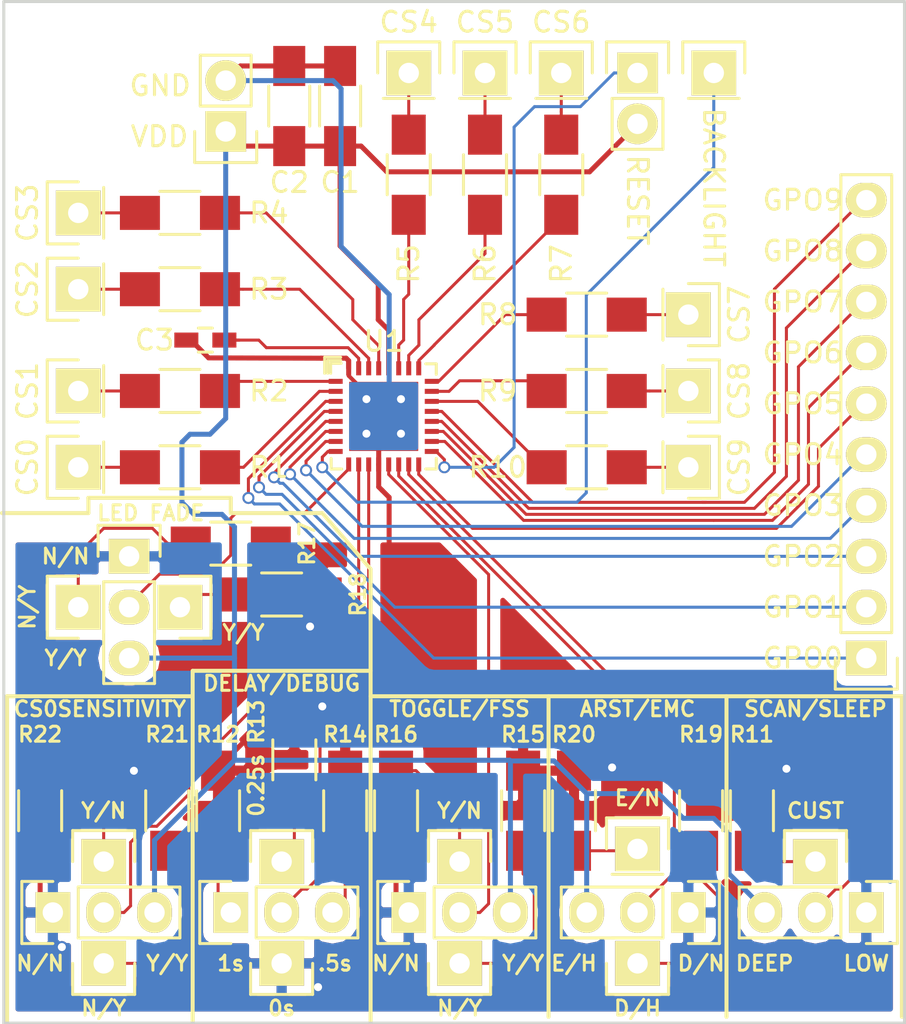
<source format=kicad_pcb>
(kicad_pcb (version 4) (host pcbnew 4.0.4+e1-6308~48~ubuntu16.04.1-stable)
  (layers (0 F.Cu signal) (31 B.Cu signal) (34 B.Paste user) (35 F.Paste user) (36 B.SilkS user) (37 F.SilkS user) (38 B.Mask user) (39 F.Mask user) (44 Edge.Cuts user))
  (net 0 "")
  (net 1 VDD)
  (net 2 VSS)
  (net 3 "Net-(C3-Pad1)")
  (net 4 /XRES)
  (net 5 "Net-(P3-Pad1)")
  (net 6 "Net-(P4-Pad1)")
  (net 7 "Net-(P4-Pad2)")
  (net 8 "Net-(P4-Pad3)")
  (net 9 "Net-(P4-Pad4)")
  (net 10 "Net-(P4-Pad5)")
  (net 11 "Net-(P4-Pad6)")
  (net 12 "Net-(P4-Pad7)")
  (net 13 "Net-(P4-Pad8)")
  (net 14 "Net-(P4-Pad9)")
  (net 15 "Net-(P4-Pad10)")
  (net 16 /BACKLIGHT)
  (net 17 "Net-(P6-Pad1)")
  (net 18 /SCAN/SLEEP)
  (net 19 "Net-(P9-Pad1)")
  (net 20 /DELAY/DEBUG)
  (net 21 "Net-(P9-Pad3)")
  (net 22 "Net-(P10-Pad1)")
  (net 23 "Net-(P11-Pad1)")
  (net 24 "Net-(P12-Pad1)")
  (net 25 /TOGGLE/FSS)
  (net 26 /LEDFADE)
  (net 27 "Net-(P15-Pad1)")
  (net 28 "Net-(P16-Pad1)")
  (net 29 "Net-(P17-Pad1)")
  (net 30 "Net-(P18-Pad1)")
  (net 31 /ARST/EMC)
  (net 32 /CS0SENSITIVITY)
  (net 33 "Net-(P21-Pad1)")
  (net 34 "Net-(P22-Pad1)")
  (net 35 "Net-(R1-Pad2)")
  (net 36 "Net-(R2-Pad2)")
  (net 37 "Net-(R3-Pad2)")
  (net 38 "Net-(R4-Pad2)")
  (net 39 "Net-(R5-Pad2)")
  (net 40 "Net-(R6-Pad2)")
  (net 41 "Net-(R7-Pad2)")
  (net 42 "Net-(R8-Pad2)")
  (net 43 "Net-(R9-Pad2)")
  (net 44 "Net-(R10-Pad2)")
  (net 45 "Net-(P23-Pad1)")
  (net 46 "Net-(P24-Pad1)")
  (net 47 "Net-(P25-Pad1)")
  (net 48 "Net-(P26-Pad1)")
  (net 49 "Net-(P27-Pad1)")
  (net 50 "Net-(P28-Pad1)")
  (net 51 "Net-(P29-Pad1)")
  (net 52 "Net-(P30-Pad1)")
  (net 53 "Net-(P31-Pad1)")
  (module Resistors_SMD:R_1206_HandSoldering (layer F.Cu) (at 142.875 112.395 90)
    (fp_text reference R11 (at 3.81 0 180) (layer F.SilkS) (effects (font (size 0.75 0.75))))
    (fp_text value 60)
    (pad 1 smd rect (at -2 0 90) (size 2 1.7) (layers F.Cu F.Paste F.Mask) (net 17 "Net-(P6-Pad1)"))
    (pad 2 smd rect (at 2 0 90) (size 2 1.7) (layers F.Cu F.Paste F.Mask) (net 2 VSS))
  )
  (module Capacitors_SMD:C_1206_HandSoldering (layer F.Cu) (at 119.761 77.216 90)
    (fp_text reference C2 (at -3.81 0 180) (layer F.SilkS))
    (fp_text value 1uF)
    (pad 1 smd rect (at -2 0 90) (size 2 1.6) (layers F.Cu F.Paste F.Mask) (net 1 VDD))
    (pad 2 smd rect (at 2 0 90) (size 2 1.6) (layers F.Cu F.Paste F.Mask) (net 2 VSS))
  )
  (module Capacitors_SMD:C_0603_HandSoldering (layer F.Cu) (at 115.57 88.9 180)
    (fp_text reference C3 (at 2.54 0 360) (layer F.SilkS))
    (fp_text value 2.2nF)
    (pad 1 smd rect (at -0.95 0 180) (size 1.2 0.75) (layers F.Cu F.Paste F.Mask) (net 3 "Net-(C3-Pad1)"))
    (pad 2 smd rect (at 0.95 0 180) (size 1.2 0.75) (layers F.Cu F.Paste F.Mask) (net 2 VSS))
  )
  (module Pin_Headers:Pin_Header_Straight_1x02 (layer F.Cu) (at 116.586 78.486 180)
    (fp_text reference P1 hide)
    (fp_text value CONN_01X02)
    (pad 1 thru_hole rect (at 0 0 180) (size 2.032 2.032) (drill 1.016) (layers *.Cu *.Mask F.SilkS) (net 1 VDD))
    (pad 2 thru_hole oval (at 0 2.54 180) (size 2.032 2.032) (drill 1.016) (layers *.Cu *.Mask F.SilkS) (net 2 VSS))
  )
  (module Pin_Headers:Pin_Header_Straight_1x02 (layer F.Cu) (at 137.16 75.565)
    (fp_text reference P2 hide)
    (fp_text value CONN_01X02)
    (pad 1 thru_hole rect (at 0 0) (size 2.032 2.032) (drill 1.016) (layers *.Cu *.Mask F.SilkS) (net 4 /XRES))
    (pad 2 thru_hole oval (at 0 2.54) (size 2.032 2.032) (drill 1.016) (layers *.Cu *.Mask F.SilkS) (net 1 VDD))
  )
  (module Pin_Headers:Pin_Header_Straight_1x10 (layer F.Cu) (at 148.59 104.775 180)
    (fp_text reference P4 hide)
    (fp_text value CONN_01X10)
    (pad 1 thru_hole rect (at 0 0 180) (size 2.032 1.7272) (drill 1.016) (layers *.Cu *.Mask F.SilkS) (net 6 "Net-(P4-Pad1)"))
    (pad 2 thru_hole oval (at 0 2.54 180) (size 2.032 1.7272) (drill 1.016) (layers *.Cu *.Mask F.SilkS) (net 7 "Net-(P4-Pad2)"))
    (pad 3 thru_hole oval (at 0 5.08 180) (size 2.032 1.7272) (drill 1.016) (layers *.Cu *.Mask F.SilkS) (net 8 "Net-(P4-Pad3)"))
    (pad 4 thru_hole oval (at 0 7.62 180) (size 2.032 1.7272) (drill 1.016) (layers *.Cu *.Mask F.SilkS) (net 9 "Net-(P4-Pad4)"))
    (pad 5 thru_hole oval (at 0 10.16 180) (size 2.032 1.7272) (drill 1.016) (layers *.Cu *.Mask F.SilkS) (net 10 "Net-(P4-Pad5)"))
    (pad 6 thru_hole oval (at 0 12.7 180) (size 2.032 1.7272) (drill 1.016) (layers *.Cu *.Mask F.SilkS) (net 11 "Net-(P4-Pad6)"))
    (pad 7 thru_hole oval (at 0 15.24 180) (size 2.032 1.7272) (drill 1.016) (layers *.Cu *.Mask F.SilkS) (net 12 "Net-(P4-Pad7)"))
    (pad 8 thru_hole oval (at 0 17.78 180) (size 2.032 1.7272) (drill 1.016) (layers *.Cu *.Mask F.SilkS) (net 13 "Net-(P4-Pad8)"))
    (pad 9 thru_hole oval (at 0 20.32 180) (size 2.032 1.7272) (drill 1.016) (layers *.Cu *.Mask F.SilkS) (net 14 "Net-(P4-Pad9)"))
    (pad 10 thru_hole oval (at 0 22.86 180) (size 2.032 1.7272) (drill 1.016) (layers *.Cu *.Mask F.SilkS) (net 15 "Net-(P4-Pad10)"))
  )
  (module Pin_Headers:Pin_Header_Straight_1x01 (layer F.Cu) (at 140.97 75.565)
    (fp_text reference P5 hide)
    (fp_text value CONN_01X01)
    (pad 1 thru_hole rect (at 0 0) (size 2.2352 2.2352) (drill 1.016) (layers *.Cu *.Mask F.SilkS) (net 16 /BACKLIGHT))
  )
  (module Pin_Headers:Pin_Header_Straight_1x01 (layer F.Cu) (at 146.05 114.935)
    (fp_text reference P6 hide)
    (fp_text value CONN_01X01)
    (pad 1 thru_hole rect (at 0 0) (size 2.2352 2.2352) (drill 1.016) (layers *.Cu *.Mask F.SilkS) (net 17 "Net-(P6-Pad1)"))
  )
  (module Pin_Headers:Pin_Header_Straight_1x03 (layer F.Cu) (at 148.59 117.475 270)
    (fp_text reference P7 hide)
    (fp_text value CONN_01X03)
    (pad 1 thru_hole rect (at 0 0 270) (size 2.032 1.7272) (drill 1.016) (layers *.Cu *.Mask F.SilkS) (net 2 VSS))
    (pad 2 thru_hole oval (at 0 2.54 270) (size 2.032 1.7272) (drill 1.016) (layers *.Cu *.Mask F.SilkS) (net 18 /SCAN/SLEEP))
    (pad 3 thru_hole oval (at 0 5.08 270) (size 2.032 1.7272) (drill 1.016) (layers *.Cu *.Mask F.SilkS) (net 1 VDD))
  )
  (module Pin_Headers:Pin_Header_Straight_1x01 (layer F.Cu) (at 119.38 120.015 180)
    (fp_text reference P8 hide)
    (fp_text value CONN_01X01)
    (pad 1 thru_hole rect (at 0 0 180) (size 2.2352 2.2352) (drill 1.016) (layers *.Cu *.Mask F.SilkS) (net 2 VSS))
  )
  (module Pin_Headers:Pin_Header_Straight_1x03 (layer F.Cu) (at 116.84 117.475 90)
    (fp_text reference P9 hide)
    (fp_text value CONN_01X03)
    (pad 1 thru_hole rect (at 0 0 90) (size 2.032 1.7272) (drill 1.016) (layers *.Cu *.Mask F.SilkS) (net 19 "Net-(P9-Pad1)"))
    (pad 2 thru_hole oval (at 0 2.54 90) (size 2.032 1.7272) (drill 1.016) (layers *.Cu *.Mask F.SilkS) (net 20 /DELAY/DEBUG))
    (pad 3 thru_hole oval (at 0 5.08 90) (size 2.032 1.7272) (drill 1.016) (layers *.Cu *.Mask F.SilkS) (net 21 "Net-(P9-Pad3)"))
  )
  (module Pin_Headers:Pin_Header_Straight_1x01 (layer F.Cu) (at 119.38 114.935)
    (fp_text reference P10 hide)
    (fp_text value CONN_01X01)
    (pad 1 thru_hole rect (at 0 0) (size 2.2352 2.2352) (drill 1.016) (layers *.Cu *.Mask F.SilkS) (net 22 "Net-(P10-Pad1)"))
  )
  (module Pin_Headers:Pin_Header_Straight_1x01 (layer F.Cu) (at 128.27 120.015 180)
    (fp_text reference P11 hide)
    (fp_text value CONN_01X01)
    (pad 1 thru_hole rect (at 0 0 180) (size 2.2352 2.2352) (drill 1.016) (layers *.Cu *.Mask F.SilkS) (net 23 "Net-(P11-Pad1)"))
  )
  (module Pin_Headers:Pin_Header_Straight_1x01 (layer F.Cu) (at 109.22 102.235 90)
    (fp_text reference P12 hide)
    (fp_text value CONN_01X01)
    (pad 1 thru_hole rect (at 0 0 90) (size 2.2352 2.2352) (drill 1.016) (layers *.Cu *.Mask F.SilkS) (net 24 "Net-(P12-Pad1)"))
  )
  (module Pin_Headers:Pin_Header_Straight_1x03 (layer F.Cu) (at 125.73 117.475 90)
    (fp_text reference P13 hide)
    (fp_text value CONN_01X03)
    (pad 1 thru_hole rect (at 0 0 90) (size 2.032 1.7272) (drill 1.016) (layers *.Cu *.Mask F.SilkS) (net 2 VSS))
    (pad 2 thru_hole oval (at 0 2.54 90) (size 2.032 1.7272) (drill 1.016) (layers *.Cu *.Mask F.SilkS) (net 25 /TOGGLE/FSS))
    (pad 3 thru_hole oval (at 0 5.08 90) (size 2.032 1.7272) (drill 1.016) (layers *.Cu *.Mask F.SilkS) (net 1 VDD))
  )
  (module Pin_Headers:Pin_Header_Straight_1x03 (layer F.Cu) (at 111.76 99.695)
    (fp_text reference P14 hide)
    (fp_text value CONN_01X03)
    (pad 1 thru_hole rect (at 0 0) (size 2.032 1.7272) (drill 1.016) (layers *.Cu *.Mask F.SilkS) (net 2 VSS))
    (pad 2 thru_hole oval (at 0 2.54) (size 2.032 1.7272) (drill 1.016) (layers *.Cu *.Mask F.SilkS) (net 26 /LEDFADE))
    (pad 3 thru_hole oval (at 0 5.08) (size 2.032 1.7272) (drill 1.016) (layers *.Cu *.Mask F.SilkS) (net 1 VDD))
  )
  (module Pin_Headers:Pin_Header_Straight_1x01 (layer F.Cu) (at 128.27 114.935)
    (fp_text reference P15 hide)
    (fp_text value CONN_01X01)
    (pad 1 thru_hole rect (at 0 0) (size 2.2352 2.2352) (drill 1.016) (layers *.Cu *.Mask F.SilkS) (net 27 "Net-(P15-Pad1)"))
  )
  (module Pin_Headers:Pin_Header_Straight_1x01 (layer F.Cu) (at 114.3 102.235 270)
    (fp_text reference P16 hide)
    (fp_text value CONN_01X01)
    (pad 1 thru_hole rect (at 0 0 270) (size 2.2352 2.2352) (drill 1.016) (layers *.Cu *.Mask F.SilkS) (net 28 "Net-(P16-Pad1)"))
  )
  (module Pin_Headers:Pin_Header_Straight_1x01 (layer F.Cu) (at 137.16 120.015 180)
    (fp_text reference P17 hide)
    (fp_text value CONN_01X01)
    (pad 1 thru_hole rect (at 0 0 180) (size 2.2352 2.2352) (drill 1.016) (layers *.Cu *.Mask F.SilkS) (net 29 "Net-(P17-Pad1)"))
  )
  (module Pin_Headers:Pin_Header_Straight_1x01 (layer F.Cu) (at 110.49 120.015 180)
    (fp_text reference P18 hide)
    (fp_text value CONN_01X01)
    (pad 1 thru_hole rect (at 0 0 180) (size 2.2352 2.2352) (drill 1.016) (layers *.Cu *.Mask F.SilkS) (net 30 "Net-(P18-Pad1)"))
  )
  (module Pin_Headers:Pin_Header_Straight_1x03 (layer F.Cu) (at 139.7 117.475 270)
    (fp_text reference P19 hide)
    (fp_text value CONN_01X03)
    (pad 1 thru_hole rect (at 0 0 270) (size 2.032 1.7272) (drill 1.016) (layers *.Cu *.Mask F.SilkS) (net 2 VSS))
    (pad 2 thru_hole oval (at 0 2.54 270) (size 2.032 1.7272) (drill 1.016) (layers *.Cu *.Mask F.SilkS) (net 31 /ARST/EMC))
    (pad 3 thru_hole oval (at 0 5.08 270) (size 2.032 1.7272) (drill 1.016) (layers *.Cu *.Mask F.SilkS) (net 1 VDD))
  )
  (module Pin_Headers:Pin_Header_Straight_1x03 (layer F.Cu) (at 107.95 117.475 90)
    (fp_text reference P20 hide)
    (fp_text value CONN_01X03)
    (pad 1 thru_hole rect (at 0 0 90) (size 2.032 1.7272) (drill 1.016) (layers *.Cu *.Mask F.SilkS) (net 2 VSS))
    (pad 2 thru_hole oval (at 0 2.54 90) (size 2.032 1.7272) (drill 1.016) (layers *.Cu *.Mask F.SilkS) (net 32 /CS0SENSITIVITY))
    (pad 3 thru_hole oval (at 0 5.08 90) (size 2.032 1.7272) (drill 1.016) (layers *.Cu *.Mask F.SilkS) (net 1 VDD))
  )
  (module Pin_Headers:Pin_Header_Straight_1x01 (layer F.Cu) (at 137.16 114.3)
    (fp_text reference P21 hide)
    (fp_text value CONN_01X01)
    (pad 1 thru_hole rect (at 0 0) (size 2.2352 2.2352) (drill 1.016) (layers *.Cu *.Mask F.SilkS) (net 33 "Net-(P21-Pad1)"))
  )
  (module Pin_Headers:Pin_Header_Straight_1x01 (layer F.Cu) (at 110.49 114.935)
    (fp_text reference P22 hide)
    (fp_text value CONN_01X01)
    (pad 1 thru_hole rect (at 0 0) (size 2.2352 2.2352) (drill 1.016) (layers *.Cu *.Mask F.SilkS) (net 34 "Net-(P22-Pad1)"))
  )
  (module Resistors_SMD:R_1206_HandSoldering (layer F.Cu) (at 114.3 95.25)
    (fp_text reference R1 (at 4.445 0 180) (layer F.SilkS))
    (fp_text value 560)
    (pad 1 smd rect (at -2 0) (size 2 1.7) (layers F.Cu F.Paste F.Mask) (net 5 "Net-(P3-Pad1)"))
    (pad 2 smd rect (at 2 0) (size 2 1.7) (layers F.Cu F.Paste F.Mask) (net 35 "Net-(R1-Pad2)"))
  )
  (module Resistors_SMD:R_1206_HandSoldering (layer F.Cu) (at 114.3 91.44)
    (fp_text reference R2 (at 4.445 0 180) (layer F.SilkS))
    (fp_text value 560)
    (pad 1 smd rect (at -2 0) (size 2 1.7) (layers F.Cu F.Paste F.Mask) (net 45 "Net-(P23-Pad1)"))
    (pad 2 smd rect (at 2 0) (size 2 1.7) (layers F.Cu F.Paste F.Mask) (net 36 "Net-(R2-Pad2)"))
  )
  (module Resistors_SMD:R_1206_HandSoldering (layer F.Cu) (at 114.3 86.36)
    (fp_text reference R3 (at 4.445 0 180) (layer F.SilkS))
    (fp_text value 560)
    (pad 1 smd rect (at -2 0) (size 2 1.7) (layers F.Cu F.Paste F.Mask) (net 46 "Net-(P24-Pad1)"))
    (pad 2 smd rect (at 2 0) (size 2 1.7) (layers F.Cu F.Paste F.Mask) (net 37 "Net-(R3-Pad2)"))
  )
  (module Resistors_SMD:R_1206_HandSoldering (layer F.Cu) (at 114.3 82.55)
    (fp_text reference R4 (at 4.445 0 180) (layer F.SilkS))
    (fp_text value 560)
    (pad 1 smd rect (at -2 0) (size 2 1.7) (layers F.Cu F.Paste F.Mask) (net 47 "Net-(P25-Pad1)"))
    (pad 2 smd rect (at 2 0) (size 2 1.7) (layers F.Cu F.Paste F.Mask) (net 38 "Net-(R4-Pad2)"))
  )
  (module Resistors_SMD:R_1206_HandSoldering (layer F.Cu) (at 125.73 80.645 270)
    (fp_text reference R5 (at 4.445 0 450) (layer F.SilkS))
    (fp_text value 560)
    (pad 1 smd rect (at -2 0 270) (size 2 1.7) (layers F.Cu F.Paste F.Mask) (net 48 "Net-(P26-Pad1)"))
    (pad 2 smd rect (at 2 0 270) (size 2 1.7) (layers F.Cu F.Paste F.Mask) (net 39 "Net-(R5-Pad2)"))
  )
  (module Resistors_SMD:R_1206_HandSoldering (layer F.Cu) (at 129.54 80.645 270)
    (fp_text reference R6 (at 4.445 0 270) (layer F.SilkS))
    (fp_text value 560)
    (pad 1 smd rect (at -2 0 270) (size 2 1.7) (layers F.Cu F.Paste F.Mask) (net 49 "Net-(P27-Pad1)"))
    (pad 2 smd rect (at 2 0 270) (size 2 1.7) (layers F.Cu F.Paste F.Mask) (net 40 "Net-(R6-Pad2)"))
  )
  (module Resistors_SMD:R_1206_HandSoldering (layer F.Cu) (at 133.35 80.645 270)
    (fp_text reference R7 (at 4.445 0 450) (layer F.SilkS))
    (fp_text value 560)
    (pad 1 smd rect (at -2 0 270) (size 2 1.7) (layers F.Cu F.Paste F.Mask) (net 50 "Net-(P28-Pad1)"))
    (pad 2 smd rect (at 2 0 270) (size 2 1.7) (layers F.Cu F.Paste F.Mask) (net 41 "Net-(R7-Pad2)"))
  )
  (module Resistors_SMD:R_1206_HandSoldering (layer F.Cu) (at 134.62 87.63 180)
    (fp_text reference R8 (at 4.445 0 360) (layer F.SilkS))
    (fp_text value 560)
    (pad 1 smd rect (at -2 0 180) (size 2 1.7) (layers F.Cu F.Paste F.Mask) (net 51 "Net-(P29-Pad1)"))
    (pad 2 smd rect (at 2 0 180) (size 2 1.7) (layers F.Cu F.Paste F.Mask) (net 42 "Net-(R8-Pad2)"))
  )
  (module Resistors_SMD:R_1206_HandSoldering (layer F.Cu) (at 134.62 91.44 180)
    (fp_text reference R9 (at 4.445 0 360) (layer F.SilkS))
    (fp_text value 560)
    (pad 1 smd rect (at -2 0 180) (size 2 1.7) (layers F.Cu F.Paste F.Mask) (net 52 "Net-(P30-Pad1)"))
    (pad 2 smd rect (at 2 0 180) (size 2 1.7) (layers F.Cu F.Paste F.Mask) (net 43 "Net-(R9-Pad2)"))
  )
  (module Resistors_SMD:R_1206_HandSoldering (layer F.Cu) (at 134.62 95.25 180)
    (fp_text reference R10 (at 4.445 0 360) (layer F.SilkS))
    (fp_text value 560)
    (pad 1 smd rect (at -2 0 180) (size 2 1.7) (layers F.Cu F.Paste F.Mask) (net 53 "Net-(P31-Pad1)"))
    (pad 2 smd rect (at 2 0 180) (size 2 1.7) (layers F.Cu F.Paste F.Mask) (net 44 "Net-(R10-Pad2)"))
  )
  (module Resistors_SMD:R_1206_HandSoldering (layer F.Cu) (at 116.205 112.395 90)
    (fp_text reference R12 (at 3.81 0 360) (layer F.SilkS) (effects (font (size 0.75 0.75))))
    (fp_text value 1.65k)
    (pad 1 smd rect (at -2 0 90) (size 2 1.7) (layers F.Cu F.Paste F.Mask) (net 19 "Net-(P9-Pad1)"))
    (pad 2 smd rect (at 2 0 90) (size 2 1.7) (layers F.Cu F.Paste F.Mask) (net 2 VSS))
  )
  (module Resistors_SMD:R_1206_HandSoldering (layer F.Cu) (at 120.015 109.855 90)
    (fp_text reference R13 (at 1.905 -1.905 270) (layer F.SilkS) (effects (font (size 0.75 0.75))))
    (fp_text value 470)
    (pad 1 smd rect (at -2 0 90) (size 2 1.7) (layers F.Cu F.Paste F.Mask) (net 22 "Net-(P10-Pad1)"))
    (pad 2 smd rect (at 2 0 90) (size 2 1.7) (layers F.Cu F.Paste F.Mask) (net 2 VSS))
  )
  (module Resistors_SMD:R_1206_HandSoldering (layer F.Cu) (at 122.555 112.395 90)
    (fp_text reference R14 (at 3.81 0 360) (layer F.SilkS) (effects (font (size 0.75 0.75))))
    (fp_text value 820)
    (pad 1 smd rect (at -2 0 90) (size 2 1.7) (layers F.Cu F.Paste F.Mask) (net 21 "Net-(P9-Pad3)"))
    (pad 2 smd rect (at 2 0 90) (size 2 1.7) (layers F.Cu F.Paste F.Mask) (net 2 VSS))
  )
  (module Resistors_SMD:R_1206_HandSoldering (layer F.Cu) (at 131.445 112.395 90)
    (fp_text reference R15 (at 3.81 0 180) (layer F.SilkS) (effects (font (size 0.75 0.75))))
    (fp_text value 5.1k)
    (pad 1 smd rect (at -2 0 90) (size 2 1.7) (layers F.Cu F.Paste F.Mask) (net 23 "Net-(P11-Pad1)"))
    (pad 2 smd rect (at 2 0 90) (size 2 1.7) (layers F.Cu F.Paste F.Mask) (net 2 VSS))
  )
  (module Resistors_SMD:R_1206_HandSoldering (layer F.Cu) (at 125.095 112.395 270)
    (fp_text reference R16 (at -3.81 0 360) (layer F.SilkS) (effects (font (size 0.75 0.75))))
    (fp_text value 1.5k)
    (pad 1 smd rect (at -2 0 270) (size 2 1.7) (layers F.Cu F.Paste F.Mask) (net 27 "Net-(P15-Pad1)"))
    (pad 2 smd rect (at 2 0 270) (size 2 1.7) (layers F.Cu F.Paste F.Mask) (net 2 VSS))
  )
  (module Resistors_SMD:R_1206_HandSoldering (layer F.Cu) (at 116.84 99.06)
    (fp_text reference R17 (at 3.81 0 90) (layer F.SilkS) (effects (font (size 0.75 0.75))))
    (fp_text value 5.1k)
    (pad 1 smd rect (at -2 0) (size 2 1.7) (layers F.Cu F.Paste F.Mask) (net 24 "Net-(P12-Pad1)"))
    (pad 2 smd rect (at 2 0) (size 2 1.7) (layers F.Cu F.Paste F.Mask) (net 2 VSS))
  )
  (module Resistors_SMD:R_1206_HandSoldering (layer F.Cu) (at 119.38 101.6)
    (fp_text reference R18 (at 3.81 0 90) (layer F.SilkS) (effects (font (size 0.75 0.75))))
    (fp_text value 1.5k)
    (pad 1 smd rect (at -2 0) (size 2 1.7) (layers F.Cu F.Paste F.Mask) (net 28 "Net-(P16-Pad1)"))
    (pad 2 smd rect (at 2 0) (size 2 1.7) (layers F.Cu F.Paste F.Mask) (net 2 VSS))
  )
  (module Resistors_SMD:R_1206_HandSoldering (layer F.Cu) (at 140.335 112.395 90)
    (fp_text reference R19 (at 3.81 0 180) (layer F.SilkS) (effects (font (size 0.75 0.75))))
    (fp_text value 5.1k)
    (pad 1 smd rect (at -2 0 90) (size 2 1.7) (layers F.Cu F.Paste F.Mask) (net 29 "Net-(P17-Pad1)"))
    (pad 2 smd rect (at 2 0 90) (size 2 1.7) (layers F.Cu F.Paste F.Mask) (net 2 VSS))
  )
  (module Resistors_SMD:R_1206_HandSoldering (layer F.Cu) (at 133.985 112.395 90)
    (fp_text reference R20 (at 3.81 0 180) (layer F.SilkS) (effects (font (size 0.75 0.75))))
    (fp_text value 1.5k)
    (pad 1 smd rect (at -2 0 90) (size 2 1.7) (layers F.Cu F.Paste F.Mask) (net 33 "Net-(P21-Pad1)"))
    (pad 2 smd rect (at 2 0 90) (size 2 1.7) (layers F.Cu F.Paste F.Mask) (net 2 VSS))
  )
  (module Resistors_SMD:R_1206_HandSoldering (layer F.Cu) (at 113.665 112.395 90)
    (fp_text reference R21 (at 3.81 0 180) (layer F.SilkS) (effects (font (size 0.75 0.75))))
    (fp_text value 5.1k)
    (pad 1 smd rect (at -2 0 90) (size 2 1.7) (layers F.Cu F.Paste F.Mask) (net 30 "Net-(P18-Pad1)"))
    (pad 2 smd rect (at 2 0 90) (size 2 1.7) (layers F.Cu F.Paste F.Mask) (net 2 VSS))
  )
  (module Resistors_SMD:R_1206_HandSoldering (layer F.Cu) (at 107.315 112.395 270)
    (fp_text reference R22 (at -3.81 0 360) (layer F.SilkS) (effects (font (size 0.75 0.75))))
    (fp_text value 1.5k)
    (pad 1 smd rect (at -2 0 270) (size 2 1.7) (layers F.Cu F.Paste F.Mask) (net 34 "Net-(P22-Pad1)"))
    (pad 2 smd rect (at 2 0 270) (size 2 1.7) (layers F.Cu F.Paste F.Mask) (net 2 VSS))
  )
  (module Capacitors_SMD:C_1206_HandSoldering (layer F.Cu) (at 122.301 77.216 90)
    (fp_text reference C1 (at -3.81 0 180) (layer F.SilkS))
    (fp_text value 0.1uF)
    (pad 1 smd rect (at -2 0 90) (size 2 1.6) (layers F.Cu F.Paste F.Mask) (net 1 VDD))
    (pad 2 smd rect (at 2 0 90) (size 2 1.6) (layers F.Cu F.Paste F.Mask) (net 2 VSS))
  )
  (module Pin_Headers:Pin_Header_Straight_1x01 (layer F.Cu) (at 109.22 95.25 90)
    (fp_text reference P3 hide)
    (fp_text value CONN_01X01)
    (pad 1 thru_hole rect (at 0 0 90) (size 2.2352 2.2352) (drill 1.016) (layers *.Cu *.Mask F.SilkS) (net 5 "Net-(P3-Pad1)"))
  )
  (module Pin_Headers:Pin_Header_Straight_1x01 (layer F.Cu) (at 109.22 91.44 90)
    (fp_text reference P23 hide)
    (fp_text value CONN_01X01)
    (pad 1 thru_hole rect (at 0 0 90) (size 2.2352 2.2352) (drill 1.016) (layers *.Cu *.Mask F.SilkS) (net 45 "Net-(P23-Pad1)"))
  )
  (module Pin_Headers:Pin_Header_Straight_1x01 (layer F.Cu) (at 109.22 86.36 90)
    (fp_text reference P24 hide)
    (fp_text value CONN_01X01)
    (pad 1 thru_hole rect (at 0 0 90) (size 2.2352 2.2352) (drill 1.016) (layers *.Cu *.Mask F.SilkS) (net 46 "Net-(P24-Pad1)"))
  )
  (module Pin_Headers:Pin_Header_Straight_1x01 (layer F.Cu) (at 109.22 82.55 90)
    (fp_text reference P25 hide)
    (fp_text value CONN_01X01)
    (pad 1 thru_hole rect (at 0 0 90) (size 2.2352 2.2352) (drill 1.016) (layers *.Cu *.Mask F.SilkS) (net 47 "Net-(P25-Pad1)"))
  )
  (module Pin_Headers:Pin_Header_Straight_1x01 (layer F.Cu) (at 125.73 75.565)
    (fp_text reference P26 hide)
    (fp_text value CONN_01X01)
    (pad 1 thru_hole rect (at 0 0) (size 2.2352 2.2352) (drill 1.016) (layers *.Cu *.Mask F.SilkS) (net 48 "Net-(P26-Pad1)"))
  )
  (module Pin_Headers:Pin_Header_Straight_1x01 (layer F.Cu) (at 129.54 75.565)
    (fp_text reference P27 hide)
    (fp_text value CONN_01X01)
    (pad 1 thru_hole rect (at 0 0) (size 2.2352 2.2352) (drill 1.016) (layers *.Cu *.Mask F.SilkS) (net 49 "Net-(P27-Pad1)"))
  )
  (module Pin_Headers:Pin_Header_Straight_1x01 (layer F.Cu) (at 133.35 75.565)
    (fp_text reference P28 hide)
    (fp_text value CONN_01X01)
    (pad 1 thru_hole rect (at 0 0) (size 2.2352 2.2352) (drill 1.016) (layers *.Cu *.Mask F.SilkS) (net 50 "Net-(P28-Pad1)"))
  )
  (module Pin_Headers:Pin_Header_Straight_1x01 (layer F.Cu) (at 139.7 87.63 270)
    (fp_text reference P29 hide)
    (fp_text value CONN_01X01)
    (pad 1 thru_hole rect (at 0 0 270) (size 2.2352 2.2352) (drill 1.016) (layers *.Cu *.Mask F.SilkS) (net 51 "Net-(P29-Pad1)"))
  )
  (module Pin_Headers:Pin_Header_Straight_1x01 (layer F.Cu) (at 139.7 91.44 270)
    (fp_text reference P30 hide)
    (fp_text value CONN_01X01)
    (pad 1 thru_hole rect (at 0 0 270) (size 2.2352 2.2352) (drill 1.016) (layers *.Cu *.Mask F.SilkS) (net 52 "Net-(P30-Pad1)"))
  )
  (module Pin_Headers:Pin_Header_Straight_1x01 (layer F.Cu) (at 139.7 95.25 270)
    (fp_text reference P31 hide)
    (fp_text value CONN_01X01)
    (pad 1 thru_hole rect (at 0 0 270) (size 2.2352 2.2352) (drill 1.016) (layers *.Cu *.Mask F.SilkS) (net 53 "Net-(P31-Pad1)"))
  )
  (module Housings_DFN_QFN:QFN-32-1EP_5x5mm_Pitch0.5mm_4b11b4 (layer F.Cu) (at 124.48 92.71)
    (fp_text reference U1 (at 0 -3.75) (layer F.SilkS))
    (fp_text value CY8CMBR2010)
    (pad 1 smd rect (at -2.4 -1.75) (size 0.7 0.25) (layers F.Cu F.Paste F.Mask) (net 36 "Net-(R2-Pad2)"))
    (pad 2 smd rect (at -2.4 -1.25) (size 0.7 0.25) (layers F.Cu F.Paste F.Mask) (net 35 "Net-(R1-Pad2)"))
    (pad 3 smd rect (at -2.4 -0.75) (size 0.7 0.25) (layers F.Cu F.Paste F.Mask) (net 6 "Net-(P4-Pad1)"))
    (pad 4 smd rect (at -2.4 -0.25) (size 0.7 0.25) (layers F.Cu F.Paste F.Mask) (net 7 "Net-(P4-Pad2)"))
    (pad 5 smd rect (at -2.4 0.25) (size 0.7 0.25) (layers F.Cu F.Paste F.Mask) (net 8 "Net-(P4-Pad3)"))
    (pad 6 smd rect (at -2.4 0.75) (size 0.7 0.25) (layers F.Cu F.Paste F.Mask) (net 9 "Net-(P4-Pad4)"))
    (pad 7 smd rect (at -2.4 1.25) (size 0.7 0.25) (layers F.Cu F.Paste F.Mask) (net 10 "Net-(P4-Pad5)"))
    (pad 8 smd rect (at -2.4 1.75) (size 0.7 0.25) (layers F.Cu F.Paste F.Mask) (net 16 /BACKLIGHT))
    (pad 9 smd rect (at -1.75 2.4 90) (size 0.7 0.25) (layers F.Cu F.Paste F.Mask) (net 26 /LEDFADE))
    (pad 10 smd rect (at -1.25 2.4 90) (size 0.7 0.25) (layers F.Cu F.Paste F.Mask) (net 32 /CS0SENSITIVITY))
    (pad 11 smd rect (at -0.75 2.4 90) (size 0.7 0.25) (layers F.Cu F.Paste F.Mask) (net 20 /DELAY/DEBUG))
    (pad 12 smd rect (at -0.25 2.4 90) (size 0.7 0.25) (layers F.Cu F.Paste F.Mask) (net 2 VSS))
    (pad 13 smd rect (at 0.25 2.4 90) (size 0.7 0.25) (layers F.Cu F.Paste F.Mask) (net 25 /TOGGLE/FSS))
    (pad 14 smd rect (at 0.75 2.4 90) (size 0.7 0.25) (layers F.Cu F.Paste F.Mask) (net 31 /ARST/EMC))
    (pad 15 smd rect (at 1.25 2.4 90) (size 0.7 0.25) (layers F.Cu F.Paste F.Mask) (net 18 /SCAN/SLEEP))
    (pad 16 smd rect (at 1.75 2.4 90) (size 0.7 0.25) (layers F.Cu F.Paste F.Mask) (net 11 "Net-(P4-Pad6)"))
    (pad 17 smd rect (at 2.4 1.75) (size 0.7 0.25) (layers F.Cu F.Paste F.Mask) (net 4 /XRES))
    (pad 18 smd rect (at 2.4 1.25) (size 0.7 0.25) (layers F.Cu F.Paste F.Mask) (net 12 "Net-(P4-Pad7)"))
    (pad 19 smd rect (at 2.4 0.75) (size 0.7 0.25) (layers F.Cu F.Paste F.Mask) (net 13 "Net-(P4-Pad8)"))
    (pad 20 smd rect (at 2.4 0.25) (size 0.7 0.25) (layers F.Cu F.Paste F.Mask) (net 14 "Net-(P4-Pad9)"))
    (pad 21 smd rect (at 2.4 -0.25) (size 0.7 0.25) (layers F.Cu F.Paste F.Mask) (net 15 "Net-(P4-Pad10)"))
    (pad 22 smd rect (at 2.4 -0.75) (size 0.7 0.25) (layers F.Cu F.Paste F.Mask) (net 44 "Net-(R10-Pad2)"))
    (pad 23 smd rect (at 2.4 -1.25) (size 0.7 0.25) (layers F.Cu F.Paste F.Mask) (net 43 "Net-(R9-Pad2)"))
    (pad 24 smd rect (at 2.4 -1.75) (size 0.7 0.25) (layers F.Cu F.Paste F.Mask) (net 42 "Net-(R8-Pad2)"))
    (pad 25 smd rect (at 1.75 -2.4 90) (size 0.7 0.25) (layers F.Cu F.Paste F.Mask) (net 41 "Net-(R7-Pad2)"))
    (pad 26 smd rect (at 1.25 -2.4 90) (size 0.7 0.25) (layers F.Cu F.Paste F.Mask) (net 40 "Net-(R6-Pad2)"))
    (pad 27 smd rect (at 0.75 -2.4 90) (size 0.7 0.25) (layers F.Cu F.Paste F.Mask) (net 39 "Net-(R5-Pad2)"))
    (pad 28 smd rect (at 0.25 -2.4 90) (size 0.7 0.25) (layers F.Cu F.Paste F.Mask) (net 1 VDD))
    (pad 29 smd rect (at -0.25 -2.4 90) (size 0.7 0.25) (layers F.Cu F.Paste F.Mask) (net 38 "Net-(R4-Pad2)"))
    (pad 30 smd rect (at -0.75 -2.4 90) (size 0.7 0.25) (layers F.Cu F.Paste F.Mask) (net 37 "Net-(R3-Pad2)"))
    (pad 31 smd rect (at -1.25 -2.4 90) (size 0.7 0.25) (layers F.Cu F.Paste F.Mask) (net 3 "Net-(C3-Pad1)"))
    (pad 32 smd rect (at -1.75 -2.4 90) (size 0.7 0.25) (layers F.Cu F.Paste F.Mask) (net 2 VSS))
    (pad 33 smd rect (at 0.8625 0.8625) (size 1.725 1.725) (layers F.Cu F.Paste F.Mask) (net 2 VSS))
    (pad 33 smd rect (at 0.8625 -0.8625) (size 1.725 1.725) (layers F.Cu F.Paste F.Mask) (net 2 VSS))
    (pad 33 smd rect (at -0.8625 0.8625) (size 1.725 1.725) (layers F.Cu F.Paste F.Mask) (net 2 VSS))
    (pad 33 smd rect (at -0.8625 -0.8625) (size 1.725 1.725) (layers F.Cu F.Paste F.Mask) (net 2 VSS))
  )
  (gr_line (start 121.412 97.536) (end 123.825 100.33) (layer F.SilkS) (width 0.2))
  (gr_line (start 116.84 97.536) (end 121.412 97.536) (layer F.SilkS) (width 0.2))
  (gr_line (start 116.84 96.774) (end 116.84 97.536) (layer F.SilkS) (width 0.2))
  (gr_line (start 109.728 97.536) (end 105.41 97.536) (layer F.SilkS) (width 0.2))
  (gr_line (start 109.728 96.774) (end 109.728 97.536) (layer F.SilkS) (width 0.2))
  (gr_line (start 116.84 96.774) (end 109.728 96.774) (layer F.SilkS) (width 0.2))
  (gr_line (start 105.664 122.936) (end 105.664 106.68) (layer F.SilkS) (width 0.2))
  (gr_line (start 105.664 106.68) (end 114.935 106.68) (layer F.SilkS) (width 0.2))
  (gr_line (start 114.935 105.41) (end 123.825 105.41) (layer F.SilkS) (width 0.2))
  (gr_line (start 123.825 106.68) (end 132.715 106.68) (layer F.SilkS) (width 0.2))
  (gr_line (start 132.715 106.68) (end 141.605 106.68) (layer F.SilkS) (width 0.2))
  (gr_line (start 114.935 122.93646) (end 114.935 105.41) (layer F.SilkS) (width 0.2))
  (gr_line (start 123.825 122.936356) (end 123.825 100.329648) (layer F.SilkS) (width 0.2))
  (gr_line (start 132.715 122.682503) (end 132.715 106.68) (layer F.SilkS) (width 0.2))
  (gr_line (start 141.605 122.682503) (end 141.605 106.68) (layer F.SilkS) (width 0.2))
  (gr_line (start 150.368 106.68) (end 150.368 122.682503) (layer F.SilkS) (width 0.2))
  (gr_line (start 141.605 106.68) (end 150.368 106.68) (layer F.SilkS) (width 0.2))
  (gr_text GPO0 (at 145.415 104.775) (layer F.SilkS) (effects (font (size 1 1))))
  (gr_text GPO1 (at 145.415 102.235) (layer F.SilkS) (effects (font (size 1 1))))
  (gr_text GPO2 (at 145.415 99.695) (layer F.SilkS) (effects (font (size 1 1))))
  (gr_text GPO3 (at 145.415 97.155) (layer F.SilkS) (effects (font (size 1 1))))
  (gr_text GPO4 (at 145.415 94.615) (layer F.SilkS) (effects (font (size 1 1))))
  (gr_text GPO5 (at 145.415 92.075) (layer F.SilkS) (effects (font (size 1 1))))
  (gr_text GPO6 (at 145.415 89.535) (layer F.SilkS) (effects (font (size 1 1))))
  (gr_text GPO7 (at 145.415 86.995) (layer F.SilkS) (effects (font (size 1 1))))
  (gr_text GPO8 (at 145.415 84.455) (layer F.SilkS) (effects (font (size 1 1))))
  (gr_text GPO9 (at 145.415 81.915) (layer F.SilkS) (effects (font (size 1 1))))
  (gr_text LOW (at 148.59 120.015) (layer F.SilkS) (effects (font (size 0.75 0.75))))
  (gr_text CUST (at 146.05 112.395) (layer F.SilkS) (effects (font (size 0.75 0.75))))
  (gr_text DEEP (at 143.51 120.015) (layer F.SilkS) (effects (font (size 0.75 0.75))))
  (gr_text D/N (at 140.335 120.015) (layer F.SilkS) (effects (font (size 0.75 0.75))))
  (gr_text D/H (at 137.16 122.255) (layer F.SilkS) (effects (font (size 0.75 0.75))))
  (gr_text E/H (at 133.985 120.015) (layer F.SilkS) (effects (font (size 0.75 0.75))))
  (gr_text E/N (at 137.16 111.76) (layer F.SilkS) (effects (font (size 0.75 0.75))))
  (gr_text ARST/EMC (at 137.16 107.315) (layer F.SilkS) (effects (font (size 0.75 0.75))))
  (gr_text N/Y (at 128.27 122.255) (layer F.SilkS) (effects (font (size 0.75 0.75))))
  (gr_text Y/Y (at 131.445 120.015) (layer F.SilkS) (effects (font (size 0.75 0.75))))
  (gr_text N/N (at 125.095 120.015) (layer F.SilkS) (effects (font (size 0.75 0.75))))
  (gr_text Y/N (at 128.27 112.395) (layer F.SilkS) (effects (font (size 0.75 0.75))))
  (gr_text TOGGLE/FSS (at 128.27 107.315) (layer F.SilkS) (effects (font (size 0.75 0.75))))
  (gr_text DELAY/DEBUG (at 119.38 106.045) (layer F.SilkS) (effects (font (size 0.75 0.75))))
  (gr_text .5s (at 122.047 120.015) (layer F.SilkS) (effects (font (size 0.75 0.75))))
  (gr_text 0s (at 119.38 122.255) (layer F.SilkS) (effects (font (size 0.75 0.75))))
  (gr_text 1s (at 116.84 120.015) (layer F.SilkS) (effects (font (size 0.75 0.75))))
  (gr_text 0.25s (at 118.11 111.125 90) (layer F.SilkS) (effects (font (size 0.75 0.75))))
  (gr_text Y/N (at 110.49 112.395) (layer F.SilkS) (effects (font (size 0.75 0.75))))
  (gr_text N/Y (at 110.49 122.255) (layer F.SilkS) (effects (font (size 0.75 0.75))))
  (gr_text Y/Y (at 113.665 120.015) (layer F.SilkS) (effects (font (size 0.75 0.75))))
  (gr_text N/N (at 107.315 120.015) (layer F.SilkS) (effects (font (size 0.75 0.75))))
  (gr_text CS0SENSITIVITY (at 110.2995 107.315) (layer F.SilkS) (effects (font (size 0.75 0.75))))
  (gr_text "LED FADE" (at 112.8395 97.536) (layer F.SilkS) (effects (font (size 0.75 0.75))))
  (gr_text Y/Y (at 117.475 103.505) (layer F.SilkS) (effects (font (size 0.75 0.75))))
  (gr_text Y/Y (at 108.585 104.775) (layer F.SilkS) (effects (font (size 0.75 0.75))))
  (gr_text N/N (at 108.585 99.695) (layer F.SilkS) (effects (font (size 0.75 0.75))))
  (gr_text N/Y (at 106.68 102.235 90) (layer F.SilkS) (effects (font (size 0.75 0.75))))
  (gr_text CS9 (at 142.24 95.25 90) (layer F.SilkS) (effects (font (size 1 1))))
  (gr_text CS8 (at 142.24 91.44 90) (layer F.SilkS) (effects (font (size 1 1))))
  (gr_text CS7 (at 142.24 87.63 90) (layer F.SilkS) (effects (font (size 1 1))))
  (gr_text CS6 (at 133.35 73.025) (layer F.SilkS) (effects (font (size 1 1))))
  (gr_text CS5 (at 129.54 73.025) (layer F.SilkS) (effects (font (size 1 1))))
  (gr_text CS4 (at 125.73 73.025) (layer F.SilkS) (effects (font (size 1 1))))
  (gr_text CS3 (at 106.68 82.55 90) (layer F.SilkS) (effects (font (size 1 1))))
  (gr_text CS2 (at 106.68 86.36 90) (layer F.SilkS) (effects (font (size 1 1))))
  (gr_text CS1 (at 106.68 91.44 90) (layer F.SilkS) (effects (font (size 1 1))))
  (gr_text CS0 (at 106.68 95.25 90) (layer F.SilkS) (effects (font (size 1 1))))
  (gr_text BACKLIGHT (at 140.97 81.28 270) (layer F.SilkS) (effects (font (size 1 1))))
  (gr_text RESET (at 137.16 81.915 270) (layer F.SilkS) (effects (font (size 1 1))))
  (gr_text GND (at 114.935 76.2) (layer F.SilkS) (effects (font (size 1 1)) (justify right)))
  (gr_text VDD (at 114.808 78.74) (layer F.SilkS) (effects (font (size 1 1)) (justify right)))
  (gr_text SCAN/SLEEP (at 146.05 107.315) (layer F.SilkS) (effects (font (size 0.75 0.75))))
  (gr_line (start 150.502777 72) (end 105.5 72) (layer Edge.Cuts) (width 0.15))
  (gr_line (start 150.5 123) (end 150.5 72) (layer Edge.Cuts) (width 0.15))
  (gr_line (start 105.5 123) (end 150.5 123) (layer Edge.Cuts) (width 0.15))
  (gr_line (start 105.5 71.99755) (end 105.5 123.001838) (layer Edge.Cuts) (width 0.15))
  (segment (start 111.76 104.775) (end 117.025 104.775) (width 0.25) (layer B.Cu) (net 1))
  (segment (start 141.732 115.5446) (end 143.51 117.3226) (width 0.25) (layer B.Cu) (net 1))
  (segment (start 143.51 117.3226) (end 143.51 117.475) (width 0.25) (layer B.Cu) (net 1))
  (segment (start 141.732 113.538) (end 141.732 115.5446) (width 0.25) (layer B.Cu) (net 1))
  (segment (start 140.97 112.776) (end 141.732 113.538) (width 0.25) (layer B.Cu) (net 1))
  (segment (start 139.446 112.776) (end 140.97 112.776) (width 0.25) (layer B.Cu) (net 1))
  (segment (start 138.21 111.54) (end 139.446 112.776) (width 0.25) (layer B.Cu) (net 1))
  (segment (start 134.62 111.54) (end 138.21 111.54) (width 0.25) (layer B.Cu) (net 1))
  (segment (start 117.025 109.875) (end 130.775 109.875) (width 0.25) (layer B.Cu) (net 1))
  (segment (start 130.775 109.875) (end 130.81 109.91) (width 0.25) (layer B.Cu) (net 1))
  (segment (start 116.586 78.486) (end 116.586 92.814) (width 0.25) (layer B.Cu) (net 1))
  (segment (start 116.586 92.814) (end 115.8 93.6) (width 0.25) (layer B.Cu) (net 1))
  (segment (start 114.4 94) (end 114.4 97) (width 0.25) (layer B.Cu) (net 1))
  (segment (start 115.8 93.6) (end 114.8 93.6) (width 0.25) (layer B.Cu) (net 1))
  (segment (start 116.4 97.6) (end 117.025 98.225) (width 0.25) (layer B.Cu) (net 1))
  (segment (start 114.8 93.6) (end 114.4 94) (width 0.25) (layer B.Cu) (net 1))
  (segment (start 114.4 97) (end 115 97.6) (width 0.25) (layer B.Cu) (net 1))
  (segment (start 115 97.6) (end 116.4 97.6) (width 0.25) (layer B.Cu) (net 1))
  (segment (start 117.025 98.225) (end 117.025 104.775) (width 0.25) (layer B.Cu) (net 1))
  (segment (start 134.62 111.54) (end 134.62 117.475) (width 0.25) (layer B.Cu) (net 1))
  (segment (start 130.81 109.91) (end 130.81 117.475) (width 0.25) (layer B.Cu) (net 1))
  (segment (start 117.025 109.875) (end 113.03 113.87) (width 0.25) (layer B.Cu) (net 1))
  (segment (start 113.03 113.87) (end 113.03 117.475) (width 0.25) (layer B.Cu) (net 1))
  (segment (start 117.025 104.775) (end 117.025 109.875) (width 0.25) (layer B.Cu) (net 1))
  (segment (start 124.635 80.5) (end 134.765 80.5) (width 0.25) (layer F.Cu) (net 1))
  (segment (start 134.765 80.5) (end 137.16 78.105) (width 0.25) (layer F.Cu) (net 1))
  (segment (start 122.301 79.216) (end 123.351 79.216) (width 0.25) (layer F.Cu) (net 1))
  (segment (start 123.351 79.216) (end 124.635 80.5) (width 0.25) (layer F.Cu) (net 1))
  (segment (start 124.206 86.106) (end 122.301 84.201) (width 0.25) (layer F.Cu) (net 1))
  (segment (start 124.73 88.408) (end 124.206 87.884) (width 0.25) (layer F.Cu) (net 1))
  (segment (start 124.206 87.884) (end 124.206 86.106) (width 0.25) (layer F.Cu) (net 1))
  (segment (start 124.73 90.31) (end 124.73 88.408) (width 0.25) (layer F.Cu) (net 1))
  (segment (start 119.761 79.216) (end 117.316 79.216) (width 0.25) (layer F.Cu) (net 1))
  (segment (start 117.316 79.216) (end 116.586 78.486) (width 0.25) (layer F.Cu) (net 1))
  (segment (start 122.301 79.216) (end 119.761 79.216) (width 0.25) (layer F.Cu) (net 1))
  (segment (start 122.301 84.201) (end 122.301 79.216) (width 0.25) (layer F.Cu) (net 1))
  (segment (start 132.99 109.91) (end 134.62 111.54) (width 0.25) (layer B.Cu) (net 1))
  (segment (start 130.81 109.91) (end 132.99 109.91) (width 0.25) (layer B.Cu) (net 1))
  (segment (start 120.015 107.855) (end 120.745 107.855) (width 0.25) (layer F.Cu) (net 2))
  (segment (start 120.745 107.855) (end 121.412 107.188) (width 0.25) (layer F.Cu) (net 2))
  (via (at 121.412 107.188) (size 0.6) (drill 0.4) (layers F.Cu B.Cu) (net 2))
  (segment (start 133.985 110.395) (end 135.731 110.395) (width 0.25) (layer F.Cu) (net 2))
  (segment (start 135.731 110.395) (end 135.89 110.236) (width 0.25) (layer F.Cu) (net 2))
  (via (at 135.89 110.236) (size 0.6) (drill 0.4) (layers F.Cu B.Cu) (net 2))
  (segment (start 133.985 110.395) (end 132.885 110.395) (width 0.25) (layer F.Cu) (net 2))
  (segment (start 132.885 110.395) (end 131.445 110.395) (width 0.25) (layer F.Cu) (net 2))
  (segment (start 140.335 110.395) (end 141.435 110.395) (width 0.25) (layer F.Cu) (net 2))
  (segment (start 141.435 110.395) (end 142.875 110.395) (width 0.25) (layer F.Cu) (net 2))
  (segment (start 122.73 89.93) (end 122.603887 89.803887) (width 0.25) (layer F.Cu) (net 2))
  (segment (start 122.603887 89.803887) (end 121.35 89.803887) (width 0.25) (layer F.Cu) (net 2))
  (segment (start 122.73 90.31) (end 122.73 89.93) (width 0.25) (layer F.Cu) (net 2))
  (segment (start 124.75 96.75) (end 124.75 99.35) (width 0.25) (layer F.Cu) (net 2))
  (segment (start 124.4 96.4) (end 124.75 96.75) (width 0.25) (layer F.Cu) (net 2))
  (segment (start 121.38 101.6) (end 121.38 102.62) (width 0.25) (layer F.Cu) (net 2))
  (segment (start 121.38 102.62) (end 120.8 103.2) (width 0.25) (layer F.Cu) (net 2))
  (via (at 120.8 103.2) (size 0.6) (drill 0.4) (layers F.Cu B.Cu) (net 2))
  (segment (start 119.38 120.015) (end 120.7476 120.015) (width 0.25) (layer F.Cu) (net 2))
  (segment (start 120.7476 120.015) (end 121.2 120.4674) (width 0.25) (layer F.Cu) (net 2))
  (segment (start 121.2 120.4674) (end 121.2 121.2) (width 0.25) (layer F.Cu) (net 2))
  (via (at 121.2 121.2) (size 0.6) (drill 0.4) (layers F.Cu B.Cu) (net 2))
  (segment (start 125.095 114.395) (end 125.095 116.84) (width 0.25) (layer F.Cu) (net 2))
  (segment (start 125.095 116.84) (end 125.73 117.475) (width 0.25) (layer F.Cu) (net 2))
  (segment (start 107.95 117.475) (end 107.95 118.75) (width 0.25) (layer B.Cu) (net 2))
  (segment (start 107.95 118.75) (end 108.4 119.2) (width 0.25) (layer B.Cu) (net 2))
  (via (at 108.4 119.2) (size 0.6) (drill 0.4) (layers F.Cu B.Cu) (net 2))
  (segment (start 113.665 110.395) (end 112.005 110.395) (width 0.25) (layer F.Cu) (net 2))
  (segment (start 112.005 110.395) (end 112 110.4) (width 0.25) (layer F.Cu) (net 2))
  (via (at 112 110.4) (size 0.6) (drill 0.4) (layers F.Cu B.Cu) (net 2))
  (segment (start 107.315 114.395) (end 107.315 116.84) (width 0.25) (layer F.Cu) (net 2))
  (segment (start 107.315 116.84) (end 107.95 117.475) (width 0.25) (layer F.Cu) (net 2))
  (segment (start 120.015 107.855) (end 118.595 107.855) (width 0.25) (layer F.Cu) (net 2))
  (segment (start 118.595 107.855) (end 116.205 110.245) (width 0.25) (layer F.Cu) (net 2))
  (segment (start 116.205 110.245) (end 116.205 110.395) (width 0.25) (layer F.Cu) (net 2))
  (segment (start 118.84 99.06) (end 121.38 101.6) (width 0.25) (layer F.Cu) (net 2))
  (segment (start 124.23 95.11) (end 124.23 96.23) (width 0.25) (layer F.Cu) (net 2))
  (segment (start 124.23 96.23) (end 124.4 96.4) (width 0.25) (layer F.Cu) (net 2))
  (segment (start 144.6 110.3) (end 148.59 114.29) (width 0.25) (layer B.Cu) (net 2))
  (segment (start 148.59 114.29) (end 148.59 117.475) (width 0.25) (layer B.Cu) (net 2))
  (segment (start 142.875 110.395) (end 144.505 110.395) (width 0.25) (layer F.Cu) (net 2))
  (segment (start 144.505 110.395) (end 144.6 110.3) (width 0.25) (layer F.Cu) (net 2))
  (via (at 144.6 110.3) (size 0.6) (drill 0.4) (layers F.Cu B.Cu) (net 2))
  (segment (start 122.73 90.31) (end 122.73 90.68) (width 0.2) (layer F.Cu) (net 2))
  (segment (start 122.73 90.68) (end 123.6175 91.5675) (width 0.2) (layer F.Cu) (net 2))
  (segment (start 123.6175 91.5675) (end 123.6175 91.8475) (width 0.25) (layer F.Cu) (net 2))
  (segment (start 124.23 95.11) (end 124.23 94.185) (width 0.25) (layer F.Cu) (net 2))
  (segment (start 124.23 94.185) (end 123.6175 93.5725) (width 0.25) (layer F.Cu) (net 2))
  (segment (start 124.752073 91.347927) (end 125.251646 91.8475) (width 0.25) (layer B.Cu) (net 2))
  (segment (start 125.251646 91.8475) (end 125.3425 91.8475) (width 0.25) (layer B.Cu) (net 2))
  (segment (start 124.752073 86.626891) (end 124.752073 91.347927) (width 0.25) (layer B.Cu) (net 2))
  (segment (start 116.586 75.946) (end 121.946 75.946) (width 0.25) (layer B.Cu) (net 2))
  (segment (start 121.946 75.946) (end 122.349721 76.349721) (width 0.25) (layer B.Cu) (net 2))
  (segment (start 122.349721 76.349721) (end 122.349721 84.224539) (width 0.25) (layer B.Cu) (net 2))
  (segment (start 122.349721 84.224539) (end 124.752073 86.626891) (width 0.25) (layer B.Cu) (net 2))
  (segment (start 121.35 89.803887) (end 115.734465 89.789465) (width 0.25) (layer F.Cu) (net 2))
  (segment (start 115.734465 89.789465) (end 114.845 88.9) (width 0.25) (layer F.Cu) (net 2))
  (segment (start 114.845 88.9) (end 114.62 88.9) (width 0.25) (layer F.Cu) (net 2))
  (segment (start 119.761 75.216) (end 117.316 75.216) (width 0.25) (layer F.Cu) (net 2))
  (segment (start 117.316 75.216) (end 116.586 75.946) (width 0.25) (layer F.Cu) (net 2))
  (segment (start 122.301 75.216) (end 119.761 75.216) (width 0.25) (layer F.Cu) (net 2))
  (via (at 125.3425 91.8475) (size 0.6) (drill 0.4) (layers F.Cu B.Cu) (net 2))
  (via (at 125.3425 93.5725) (size 0.6) (drill 0.4) (layers F.Cu B.Cu) (net 2))
  (via (at 123.6175 93.5725) (size 0.6) (drill 0.4) (layers F.Cu B.Cu) (net 2))
  (via (at 123.6175 91.8475) (size 0.6) (drill 0.4) (layers F.Cu B.Cu) (net 2))
  (segment (start 123.23 90.31) (end 123.23 89.81) (width 0.15) (layer F.Cu) (net 3))
  (segment (start 123.23 89.81) (end 122.698887 89.278887) (width 0.15) (layer F.Cu) (net 3))
  (segment (start 122.698887 89.278887) (end 118.615887 89.278887) (width 0.15) (layer F.Cu) (net 3))
  (segment (start 118.615887 89.278887) (end 118.237 88.9) (width 0.15) (layer F.Cu) (net 3))
  (segment (start 118.237 88.9) (end 116.52 88.9) (width 0.15) (layer F.Cu) (net 3))
  (segment (start 117.27 88.9) (end 116.52 88.9) (width 0.15) (layer F.Cu) (net 3))
  (segment (start 127.508 95.25) (end 130 95.25) (width 0.15) (layer B.Cu) (net 4))
  (segment (start 130 95.25) (end 130.993331 94.256669) (width 0.15) (layer B.Cu) (net 4))
  (segment (start 130.993331 94.256669) (end 130.993331 78.266035) (width 0.15) (layer B.Cu) (net 4))
  (segment (start 130.993331 78.266035) (end 132.01354 77.245826) (width 0.15) (layer B.Cu) (net 4))
  (segment (start 134.309376 77.245826) (end 135.990202 75.565) (width 0.15) (layer B.Cu) (net 4))
  (segment (start 132.01354 77.245826) (end 134.309376 77.245826) (width 0.15) (layer B.Cu) (net 4))
  (segment (start 135.990202 75.565) (end 137.16 75.565) (width 0.15) (layer B.Cu) (net 4))
  (segment (start 127.508 94.863) (end 127.508 95.25) (width 0.15) (layer F.Cu) (net 4))
  (via (at 127.508 95.25) (size 0.6) (drill 0.4) (layers F.Cu B.Cu) (net 4))
  (segment (start 126.88 94.46) (end 127.105 94.46) (width 0.15) (layer F.Cu) (net 4))
  (segment (start 127.105 94.46) (end 127.508 94.863) (width 0.15) (layer F.Cu) (net 4))
  (segment (start 112.3 95.25) (end 109.22 95.25) (width 0.15) (layer F.Cu) (net 5))
  (segment (start 117.719661 96.780339) (end 118.01966 97.080338) (width 0.15) (layer B.Cu) (net 6))
  (segment (start 118.01966 97.080338) (end 119.280338 97.080338) (width 0.15) (layer B.Cu) (net 6))
  (segment (start 119.280338 97.080338) (end 126.975 104.775) (width 0.15) (layer B.Cu) (net 6))
  (segment (start 126.975 104.775) (end 148.59 104.775) (width 0.15) (layer B.Cu) (net 6))
  (segment (start 117.719661 95.820339) (end 117.719661 96.356075) (width 0.15) (layer F.Cu) (net 6))
  (segment (start 121.58 91.96) (end 117.719661 95.820339) (width 0.15) (layer F.Cu) (net 6))
  (segment (start 122.08 91.96) (end 121.58 91.96) (width 0.15) (layer F.Cu) (net 6))
  (via (at 117.719661 96.780339) (size 0.6) (drill 0.4) (layers F.Cu B.Cu) (net 6))
  (segment (start 117.719661 96.356075) (end 117.719661 96.780339) (width 0.15) (layer F.Cu) (net 6))
  (segment (start 119.4 96.6) (end 125.035 102.235) (width 0.15) (layer B.Cu) (net 7))
  (segment (start 125.035 102.235) (end 148.59 102.235) (width 0.15) (layer B.Cu) (net 7))
  (segment (start 118.6 96.6) (end 119.4 96.6) (width 0.15) (layer B.Cu) (net 7))
  (segment (start 118.25 96.25) (end 118.6 96.6) (width 0.15) (layer B.Cu) (net 7))
  (segment (start 118.25 95.825736) (end 118.25 96.25) (width 0.15) (layer F.Cu) (net 7))
  (segment (start 118.25 95.722996) (end 118.25 95.825736) (width 0.15) (layer F.Cu) (net 7))
  (segment (start 121.512996 92.46) (end 118.25 95.722996) (width 0.15) (layer F.Cu) (net 7))
  (segment (start 122.08 92.46) (end 121.512996 92.46) (width 0.15) (layer F.Cu) (net 7))
  (via (at 118.25 96.25) (size 0.6) (drill 0.4) (layers F.Cu B.Cu) (net 7))
  (segment (start 119.449999 96.049999) (end 123.095 99.695) (width 0.15) (layer B.Cu) (net 8))
  (segment (start 123.095 99.695) (end 148.59 99.695) (width 0.15) (layer B.Cu) (net 8))
  (segment (start 119 95.75) (end 119.299999 96.049999) (width 0.15) (layer B.Cu) (net 8))
  (segment (start 119.299999 96.049999) (end 119.449999 96.049999) (width 0.15) (layer B.Cu) (net 8))
  (via (at 119 95.75) (size 0.6) (drill 0.4) (layers F.Cu B.Cu) (net 8))
  (segment (start 122.08 92.96) (end 121.58 92.96) (width 0.15) (layer F.Cu) (net 8))
  (segment (start 121.58 92.96) (end 119 95.54) (width 0.15) (layer F.Cu) (net 8))
  (segment (start 119 95.54) (end 119 95.75) (width 0.15) (layer F.Cu) (net 8))
  (segment (start 123 98.8) (end 146.7926 98.8) (width 0.15) (layer B.Cu) (net 9))
  (segment (start 146.7926 98.8) (end 148.4376 97.155) (width 0.15) (layer B.Cu) (net 9))
  (segment (start 148.4376 97.155) (end 148.59 97.155) (width 0.15) (layer B.Cu) (net 9))
  (segment (start 119.8 95.6) (end 123 98.8) (width 0.15) (layer B.Cu) (net 9))
  (segment (start 122.08 93.46) (end 121.58 93.46) (width 0.15) (layer F.Cu) (net 9))
  (segment (start 121.58 93.46) (end 119.8 95.24) (width 0.15) (layer F.Cu) (net 9))
  (segment (start 119.8 95.24) (end 119.8 95.6) (width 0.15) (layer F.Cu) (net 9))
  (via (at 119.8 95.6) (size 0.6) (drill 0.4) (layers F.Cu B.Cu) (net 9))
  (segment (start 120.6 95.4) (end 123.4 98.2) (width 0.15) (layer B.Cu) (net 10))
  (segment (start 123.4 98.2) (end 144.8526 98.2) (width 0.15) (layer B.Cu) (net 10))
  (segment (start 144.8526 98.2) (end 148.4376 94.615) (width 0.15) (layer B.Cu) (net 10))
  (segment (start 148.4376 94.615) (end 148.59 94.615) (width 0.15) (layer B.Cu) (net 10))
  (segment (start 122.08 93.96) (end 121.58 93.96) (width 0.15) (layer F.Cu) (net 10))
  (segment (start 121.58 93.96) (end 120.6 94.94) (width 0.15) (layer F.Cu) (net 10))
  (segment (start 120.6 94.94) (end 120.6 95.4) (width 0.15) (layer F.Cu) (net 10))
  (via (at 120.6 95.4) (size 0.6) (drill 0.4) (layers F.Cu B.Cu) (net 10))
  (segment (start 148.59 92.075) (end 148.4376 92.075) (width 0.15) (layer F.Cu) (net 11))
  (segment (start 148.4376 92.075) (end 146.2 94.3126) (width 0.15) (layer F.Cu) (net 11))
  (segment (start 146.2 94.3126) (end 146.2 96.2) (width 0.15) (layer F.Cu) (net 11))
  (segment (start 146.2 96.2) (end 144.1 98.3) (width 0.15) (layer F.Cu) (net 11))
  (segment (start 144.1 98.3) (end 128.92 98.3) (width 0.15) (layer F.Cu) (net 11))
  (segment (start 128.92 98.3) (end 126.23 95.61) (width 0.15) (layer F.Cu) (net 11))
  (segment (start 126.23 95.61) (end 126.23 95.11) (width 0.15) (layer F.Cu) (net 11))
  (segment (start 145.7 96.1) (end 143.899973 97.900027) (width 0.15) (layer F.Cu) (net 12))
  (segment (start 143.899973 97.900027) (end 140.963009 97.900027) (width 0.15) (layer F.Cu) (net 12))
  (segment (start 145.7 92.2726) (end 145.7 96.1) (width 0.15) (layer F.Cu) (net 12))
  (segment (start 148.59 89.535) (end 148.4376 89.535) (width 0.15) (layer F.Cu) (net 12))
  (segment (start 148.4376 89.535) (end 145.7 92.2726) (width 0.15) (layer F.Cu) (net 12))
  (segment (start 126.88 93.96) (end 127.531445 93.96) (width 0.15) (layer F.Cu) (net 12))
  (segment (start 127.531445 93.96) (end 131.471476 97.900029) (width 0.15) (layer F.Cu) (net 12))
  (segment (start 131.471476 97.900029) (end 140.963009 97.900027) (width 0.15) (layer F.Cu) (net 12))
  (segment (start 148.59 86.995) (end 148.4376 86.995) (width 0.15) (layer F.Cu) (net 13))
  (segment (start 148.4376 86.995) (end 145.2 90.2326) (width 0.15) (layer F.Cu) (net 13))
  (segment (start 145.2 90.2326) (end 145.2 95.9) (width 0.15) (layer F.Cu) (net 13))
  (segment (start 145.2 95.9) (end 143.499982 97.600018) (width 0.15) (layer F.Cu) (net 13))
  (segment (start 131.595743 97.600019) (end 127.455722 93.46) (width 0.15) (layer F.Cu) (net 13))
  (segment (start 143.499982 97.600018) (end 131.595743 97.600019) (width 0.15) (layer F.Cu) (net 13))
  (segment (start 127.455722 93.46) (end 126.88 93.46) (width 0.15) (layer F.Cu) (net 13))
  (segment (start 148.59 84.455) (end 148.4376 84.455) (width 0.15) (layer F.Cu) (net 14))
  (segment (start 144.598082 95.701918) (end 142.999991 97.300009) (width 0.15) (layer F.Cu) (net 14))
  (segment (start 142.999991 97.300009) (end 131.72001 97.30001) (width 0.15) (layer F.Cu) (net 14))
  (segment (start 148.4376 84.455) (end 144.598082 88.294518) (width 0.15) (layer F.Cu) (net 14))
  (segment (start 144.598082 88.294518) (end 144.598082 95.701918) (width 0.15) (layer F.Cu) (net 14))
  (segment (start 131.72001 97.30001) (end 127.38 92.96) (width 0.15) (layer F.Cu) (net 14))
  (segment (start 127.38 92.96) (end 126.88 92.96) (width 0.15) (layer F.Cu) (net 14))
  (segment (start 131.92 97) (end 140.4 97) (width 0.15) (layer F.Cu) (net 15))
  (segment (start 140.4 97) (end 140.590202 97) (width 0.15) (layer F.Cu) (net 15))
  (segment (start 148.59 81.915) (end 148.4376 81.915) (width 0.15) (layer F.Cu) (net 15))
  (segment (start 148.4376 81.915) (end 144 86.3526) (width 0.15) (layer F.Cu) (net 15))
  (segment (start 144 95.5) (end 142.5 97) (width 0.15) (layer F.Cu) (net 15))
  (segment (start 144 86.3526) (end 144 95.5) (width 0.15) (layer F.Cu) (net 15))
  (segment (start 142.5 97) (end 140.4 97) (width 0.15) (layer F.Cu) (net 15))
  (segment (start 126.88 92.46) (end 127.38 92.46) (width 0.15) (layer F.Cu) (net 15))
  (segment (start 127.38 92.46) (end 131.92 97) (width 0.15) (layer F.Cu) (net 15))
  (segment (start 121.412 95.25) (end 123.154918 96.992918) (width 0.15) (layer B.Cu) (net 16))
  (segment (start 123.154918 96.992918) (end 134.132082 96.992918) (width 0.15) (layer B.Cu) (net 16))
  (segment (start 140.97 80.28) (end 140.97 75.565) (width 0.15) (layer B.Cu) (net 16))
  (segment (start 134.132082 96.992918) (end 134.6 96.525) (width 0.15) (layer B.Cu) (net 16))
  (segment (start 134.6 96.525) (end 134.6 86.65) (width 0.15) (layer B.Cu) (net 16))
  (segment (start 134.6 86.65) (end 140.97 80.28) (width 0.15) (layer B.Cu) (net 16))
  (segment (start 121.694 94.46) (end 121.412 94.742) (width 0.15) (layer F.Cu) (net 16))
  (segment (start 121.412 94.742) (end 121.412 95.25) (width 0.15) (layer F.Cu) (net 16))
  (via (at 121.412 95.25) (size 0.6) (drill 0.4) (layers F.Cu B.Cu) (net 16))
  (segment (start 122.08 94.46) (end 121.694 94.46) (width 0.15) (layer F.Cu) (net 16))
  (segment (start 146.05 114.935) (end 143.415 114.935) (width 0.15) (layer F.Cu) (net 17))
  (segment (start 143.415 114.935) (end 142.875 114.395) (width 0.15) (layer F.Cu) (net 17))
  (segment (start 148.5 111.5) (end 148.5 115.125202) (width 0.15) (layer F.Cu) (net 18))
  (segment (start 148.5 115.125202) (end 147.316202 116.309) (width 0.15) (layer F.Cu) (net 18))
  (segment (start 147.316202 116.309) (end 147.0636 116.309) (width 0.15) (layer F.Cu) (net 18))
  (segment (start 147.0636 116.309) (end 146.05 117.3226) (width 0.15) (layer F.Cu) (net 18))
  (segment (start 146.05 117.3226) (end 146.05 117.475) (width 0.15) (layer F.Cu) (net 18))
  (segment (start 145 108) (end 148.5 111.5) (width 0.15) (layer F.Cu) (net 18))
  (segment (start 138.12 108) (end 145 108) (width 0.15) (layer F.Cu) (net 18))
  (segment (start 125.73 95.11) (end 125.73 95.61) (width 0.15) (layer F.Cu) (net 18))
  (segment (start 125.73 95.61) (end 138.12 108) (width 0.15) (layer F.Cu) (net 18))
  (segment (start 116.205 114.395) (end 116.205 116.84) (width 0.15) (layer F.Cu) (net 19))
  (segment (start 116.205 116.84) (end 116.84 117.475) (width 0.15) (layer F.Cu) (net 19))
  (segment (start 123.73 95.11) (end 123.73 106.133255) (width 0.15) (layer F.Cu) (net 20))
  (segment (start 123.73 106.133255) (end 121.298096 108.565159) (width 0.15) (layer F.Cu) (net 20))
  (segment (start 121.298096 115.657106) (end 120.646202 116.309) (width 0.15) (layer F.Cu) (net 20))
  (segment (start 121.298096 108.565159) (end 121.298096 115.657106) (width 0.15) (layer F.Cu) (net 20))
  (segment (start 120.646202 116.309) (end 120.3936 116.309) (width 0.15) (layer F.Cu) (net 20))
  (segment (start 120.3936 116.309) (end 119.38 117.3226) (width 0.15) (layer F.Cu) (net 20))
  (segment (start 119.38 117.3226) (end 119.38 117.475) (width 0.15) (layer F.Cu) (net 20))
  (segment (start 122.555 114.395) (end 122.555 116.84) (width 0.15) (layer F.Cu) (net 21))
  (segment (start 122.555 116.84) (end 121.92 117.475) (width 0.15) (layer F.Cu) (net 21))
  (segment (start 120.015 111.855) (end 120.015 114.3) (width 0.15) (layer F.Cu) (net 22))
  (segment (start 120.015 114.3) (end 119.38 114.935) (width 0.15) (layer F.Cu) (net 22))
  (segment (start 132 119) (end 130.985 120.015) (width 0.15) (layer F.Cu) (net 23))
  (segment (start 130.985 120.015) (end 128.27 120.015) (width 0.15) (layer F.Cu) (net 23))
  (segment (start 132 116.1) (end 132 119) (width 0.15) (layer F.Cu) (net 23))
  (segment (start 131.445 114.395) (end 131.445 115.545) (width 0.15) (layer F.Cu) (net 23))
  (segment (start 131.445 115.545) (end 132 116.1) (width 0.15) (layer F.Cu) (net 23))
  (segment (start 110.49 98.298) (end 109.22 99.568) (width 0.15) (layer F.Cu) (net 24))
  (segment (start 109.22 99.568) (end 109.22 102.235) (width 0.15) (layer F.Cu) (net 24))
  (segment (start 112.928 98.298) (end 110.49 98.298) (width 0.15) (layer F.Cu) (net 24))
  (segment (start 114.84 99.06) (end 113.69 99.06) (width 0.15) (layer F.Cu) (net 24))
  (segment (start 113.69 99.06) (end 112.928 98.298) (width 0.15) (layer F.Cu) (net 24))
  (segment (start 124.73 95.11) (end 124.73 95.61) (width 0.15) (layer F.Cu) (net 25))
  (segment (start 124.73 95.61) (end 129.72139 100.60139) (width 0.15) (layer F.Cu) (net 25))
  (segment (start 129.72139 100.60139) (end 129.72139 117.03721) (width 0.15) (layer F.Cu) (net 25))
  (segment (start 129.72139 117.03721) (end 129.2836 117.475) (width 0.15) (layer F.Cu) (net 25))
  (segment (start 129.2836 117.475) (end 128.27 117.475) (width 0.15) (layer F.Cu) (net 25))
  (segment (start 122.73 95.11) (end 122.73 95.335) (width 0.15) (layer F.Cu) (net 26))
  (segment (start 122.73 95.335) (end 120.529 97.536) (width 0.15) (layer F.Cu) (net 26))
  (segment (start 120.529 97.536) (end 117.094 97.536) (width 0.15) (layer F.Cu) (net 26))
  (segment (start 115.896829 100.584) (end 113.284 100.584) (width 0.15) (layer F.Cu) (net 26))
  (segment (start 117.094 97.536) (end 116.84 97.79) (width 0.15) (layer F.Cu) (net 26))
  (segment (start 116.84 97.79) (end 116.84 99.640829) (width 0.15) (layer F.Cu) (net 26))
  (segment (start 116.84 99.640829) (end 115.896829 100.584) (width 0.15) (layer F.Cu) (net 26))
  (segment (start 113.284 100.584) (end 111.76 102.108) (width 0.15) (layer F.Cu) (net 26))
  (segment (start 111.76 102.108) (end 111.76 102.235) (width 0.15) (layer F.Cu) (net 26))
  (segment (start 128.27 114.935) (end 128.27 112.57) (width 0.15) (layer F.Cu) (net 27))
  (segment (start 128.27 112.57) (end 126.095 110.395) (width 0.15) (layer F.Cu) (net 27))
  (segment (start 126.095 110.395) (end 125.095 110.395) (width 0.15) (layer F.Cu) (net 27))
  (segment (start 117.38 101.6) (end 114.935 101.6) (width 0.15) (layer F.Cu) (net 28))
  (segment (start 114.935 101.6) (end 114.3 102.235) (width 0.15) (layer F.Cu) (net 28))
  (segment (start 141.25 119) (end 140.235 120.015) (width 0.15) (layer F.Cu) (net 29))
  (segment (start 140.235 120.015) (end 137.16 120.015) (width 0.15) (layer F.Cu) (net 29))
  (segment (start 141.25 116.740398) (end 141.25 119) (width 0.15) (layer F.Cu) (net 29))
  (segment (start 140.335 114.395) (end 140.335 115.825398) (width 0.15) (layer F.Cu) (net 29))
  (segment (start 140.335 115.825398) (end 141.25 116.740398) (width 0.15) (layer F.Cu) (net 29))
  (segment (start 114.5 118.75) (end 113.235 120.015) (width 0.15) (layer F.Cu) (net 30))
  (segment (start 113.235 120.015) (end 110.49 120.015) (width 0.15) (layer F.Cu) (net 30))
  (segment (start 114.5 115.38) (end 114.5 118.75) (width 0.15) (layer F.Cu) (net 30))
  (segment (start 113.665 114.395) (end 113.665 114.545) (width 0.15) (layer F.Cu) (net 30))
  (segment (start 113.665 114.545) (end 114.5 115.38) (width 0.15) (layer F.Cu) (net 30))
  (segment (start 125.23 95.11) (end 125.23 95.685722) (width 0.15) (layer F.Cu) (net 31))
  (segment (start 137.16 117.3226) (end 137.16 117.475) (width 0.15) (layer F.Cu) (net 31))
  (segment (start 125.23 95.685722) (end 139 109.455722) (width 0.15) (layer F.Cu) (net 31))
  (segment (start 139 115.4826) (end 137.16 117.3226) (width 0.15) (layer F.Cu) (net 31))
  (segment (start 139 109.455722) (end 139 115.4826) (width 0.15) (layer F.Cu) (net 31))
  (segment (start 123.23 95.11) (end 123.23 102.005002) (width 0.15) (layer F.Cu) (net 32))
  (segment (start 111.832601 113.972397) (end 111.832601 117.145999) (width 0.15) (layer F.Cu) (net 32))
  (segment (start 123.23 102.005002) (end 116.065003 109.169999) (width 0.15) (layer F.Cu) (net 32))
  (segment (start 116.065003 109.169999) (end 115.174999 109.169999) (width 0.15) (layer F.Cu) (net 32))
  (segment (start 115.174999 109.169999) (end 114.740001 109.604997) (width 0.15) (layer F.Cu) (net 32))
  (segment (start 114.740001 109.604997) (end 114.740001 111.575001) (width 0.15) (layer F.Cu) (net 32))
  (segment (start 114.740001 111.575001) (end 113.145003 113.169999) (width 0.15) (layer F.Cu) (net 32))
  (segment (start 113.145003 113.169999) (end 112.634999 113.169999) (width 0.15) (layer F.Cu) (net 32))
  (segment (start 112.634999 113.169999) (end 111.832601 113.972397) (width 0.15) (layer F.Cu) (net 32))
  (segment (start 111.832601 117.145999) (end 111.5036 117.475) (width 0.15) (layer F.Cu) (net 32))
  (segment (start 111.5036 117.475) (end 110.49 117.475) (width 0.15) (layer F.Cu) (net 32))
  (segment (start 133.985 114.395) (end 137.065 114.395) (width 0.15) (layer F.Cu) (net 33))
  (segment (start 137.065 114.395) (end 137.16 114.3) (width 0.15) (layer F.Cu) (net 33))
  (segment (start 107.315 110.395) (end 108.315 110.395) (width 0.15) (layer F.Cu) (net 34))
  (segment (start 108.315 110.395) (end 110.49 112.57) (width 0.15) (layer F.Cu) (net 34))
  (segment (start 110.49 112.57) (end 110.49 114.935) (width 0.15) (layer F.Cu) (net 34))
  (segment (start 121.265 91.46) (end 117.475 95.25) (width 0.15) (layer F.Cu) (net 35))
  (segment (start 117.475 95.25) (end 116.3 95.25) (width 0.15) (layer F.Cu) (net 35))
  (segment (start 122.08 91.46) (end 121.265 91.46) (width 0.15) (layer F.Cu) (net 35))
  (segment (start 122.08 90.96) (end 116.78 90.96) (width 0.15) (layer F.Cu) (net 36))
  (segment (start 116.78 90.96) (end 116.3 91.44) (width 0.15) (layer F.Cu) (net 36))
  (segment (start 123.73 90.31) (end 123.73 89.81) (width 0.15) (layer F.Cu) (net 37))
  (segment (start 117.45 86.36) (end 116.3 86.36) (width 0.15) (layer F.Cu) (net 37))
  (segment (start 123.73 89.81) (end 120.28 86.36) (width 0.15) (layer F.Cu) (net 37))
  (segment (start 120.28 86.36) (end 117.45 86.36) (width 0.15) (layer F.Cu) (net 37))
  (segment (start 124.23 90.31) (end 124.23 89.178) (width 0.15) (layer F.Cu) (net 38))
  (segment (start 124.23 89.178) (end 122.936 87.884) (width 0.15) (layer F.Cu) (net 38))
  (segment (start 122.936 87.884) (end 122.936 86.877812) (width 0.15) (layer F.Cu) (net 38))
  (segment (start 122.936 86.877812) (end 118.608188 82.55) (width 0.15) (layer F.Cu) (net 38))
  (segment (start 118.608188 82.55) (end 116.3 82.55) (width 0.15) (layer F.Cu) (net 38))
  (segment (start 117.241851 82.55) (end 116.3 82.55) (width 0.15) (layer F.Cu) (net 38))
  (segment (start 125.476 86.868) (end 125.73 86.614) (width 0.15) (layer F.Cu) (net 39))
  (segment (start 125.73 86.614) (end 125.73 82.645) (width 0.15) (layer F.Cu) (net 39))
  (segment (start 125.476 88.9) (end 125.476 86.868) (width 0.15) (layer F.Cu) (net 39))
  (segment (start 125.23 89.146) (end 125.476 88.9) (width 0.15) (layer F.Cu) (net 39))
  (segment (start 125.23 90.31) (end 125.23 89.146) (width 0.15) (layer F.Cu) (net 39))
  (segment (start 125.73 90.31) (end 125.73 89.662) (width 0.15) (layer F.Cu) (net 40))
  (segment (start 125.73 89.662) (end 126.238 89.154) (width 0.15) (layer F.Cu) (net 40))
  (segment (start 126.238 89.154) (end 126.238 87.884) (width 0.15) (layer F.Cu) (net 40))
  (segment (start 126.238 87.884) (end 129.54 84.582) (width 0.15) (layer F.Cu) (net 40))
  (segment (start 129.54 84.582) (end 129.54 82.645) (width 0.15) (layer F.Cu) (net 40))
  (segment (start 127 89.154) (end 127 89.145) (width 0.15) (layer F.Cu) (net 41))
  (segment (start 127 89.145) (end 133.35 82.795) (width 0.15) (layer F.Cu) (net 41))
  (segment (start 133.35 82.795) (end 133.35 82.645) (width 0.15) (layer F.Cu) (net 41))
  (segment (start 126.238 89.916) (end 127 89.154) (width 0.15) (layer F.Cu) (net 41))
  (segment (start 126.238 90.077) (end 126.238 89.916) (width 0.15) (layer F.Cu) (net 41))
  (segment (start 126.23 90.31) (end 126.23 90.085) (width 0.15) (layer F.Cu) (net 41))
  (segment (start 126.23 90.085) (end 126.238 90.077) (width 0.15) (layer F.Cu) (net 41))
  (segment (start 127.226 90.96) (end 130.556 87.63) (width 0.15) (layer F.Cu) (net 42))
  (segment (start 130.556 87.63) (end 132.62 87.63) (width 0.15) (layer F.Cu) (net 42))
  (segment (start 126.88 90.96) (end 127.226 90.96) (width 0.15) (layer F.Cu) (net 42))
  (segment (start 126.88 91.46) (end 127.742 91.46) (width 0.15) (layer F.Cu) (net 43))
  (segment (start 127.742 91.46) (end 128.27 90.932) (width 0.15) (layer F.Cu) (net 43))
  (segment (start 128.27 90.932) (end 132.112 90.932) (width 0.15) (layer F.Cu) (net 43))
  (segment (start 132.112 90.932) (end 132.62 91.44) (width 0.15) (layer F.Cu) (net 43))
  (segment (start 132.6 91.46) (end 132.62 91.44) (width 0.15) (layer F.Cu) (net 43))
  (segment (start 126.88 91.96) (end 129.18 91.96) (width 0.15) (layer F.Cu) (net 44))
  (segment (start 129.18 91.96) (end 132.47 95.25) (width 0.15) (layer F.Cu) (net 44))
  (segment (start 132.47 95.25) (end 132.62 95.25) (width 0.15) (layer F.Cu) (net 44))
  (segment (start 112.3 91.44) (end 109.22 91.44) (width 0.15) (layer F.Cu) (net 45))
  (segment (start 112.3 86.36) (end 109.22 86.36) (width 0.15) (layer F.Cu) (net 46))
  (segment (start 112.3 82.55) (end 109.22 82.55) (width 0.15) (layer F.Cu) (net 47))
  (segment (start 125.73 78.645) (end 125.73 75.565) (width 0.15) (layer F.Cu) (net 48))
  (segment (start 129.54 78.645) (end 129.54 75.565) (width 0.15) (layer F.Cu) (net 49))
  (segment (start 133.35 78.645) (end 133.35 77.495) (width 0.15) (layer F.Cu) (net 50))
  (segment (start 133.35 77.495) (end 133.35 75.565) (width 0.15) (layer F.Cu) (net 50))
  (segment (start 136.62 87.63) (end 136.77 87.63) (width 0.15) (layer F.Cu) (net 51))
  (segment (start 136.77 87.63) (end 139.7 87.63) (width 0.15) (layer F.Cu) (net 51))
  (segment (start 136.62 91.44) (end 137.77 91.44) (width 0.15) (layer F.Cu) (net 52))
  (segment (start 137.77 91.44) (end 139.7 91.44) (width 0.15) (layer F.Cu) (net 52))
  (segment (start 136.62 95.25) (end 137.77 95.25) (width 0.15) (layer F.Cu) (net 53))
  (segment (start 137.77 95.25) (end 139.7 95.25) (width 0.15) (layer F.Cu) (net 53))
  (zone (net 2) (net_name VSS) (layer F.Cu) (connect_pads (clearance 0.508)) (min_thickness 0.254) (fill yes (mode segment) (arc_segments 16) (thermal_gap 0.508) (thermal_bridge_width 0.508))
    (polygon (pts (xy 105.5 99) (xy 105.5 123) (xy 150.5 123) (xy 150.5 99) (xy 139.5 99)))
  )
  (zone (net 2) (net_name VSS) (layer B.Cu) (connect_pads (clearance 0.508)) (min_thickness 0.254) (fill yes (mode segment) (arc_segments 16) (thermal_gap 0.508) (thermal_bridge_width 0.508))
    (polygon (pts (xy 105.5 99) (xy 150.5 99) (xy 150.5 123) (xy 105.5 123)))
  )
  (zone (net 2) (net_name VSS) (layer B.Cu) (connect_pads (clearance 0.508)) (min_thickness 0.254) (fill yes (mode segment) (arc_segments 16) (thermal_gap 0.508) (thermal_bridge_width 0.508))
    (polygon (pts (xy 122.75 91) (xy 126.2 91) (xy 126.2 94.4) (xy 122.75 94.4)))
  )
)
</source>
